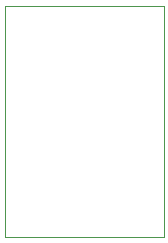
<source format=gbr>
%TF.GenerationSoftware,KiCad,Pcbnew,(6.0.5-0)*%
%TF.CreationDate,2025-01-27T20:14:52-05:00*%
%TF.ProjectId,PICOGAUGEADAPTER,5049434f-4741-4554-9745-414441505445,rev?*%
%TF.SameCoordinates,Original*%
%TF.FileFunction,Profile,NP*%
%FSLAX46Y46*%
G04 Gerber Fmt 4.6, Leading zero omitted, Abs format (unit mm)*
G04 Created by KiCad (PCBNEW (6.0.5-0)) date 2025-01-27 20:14:52*
%MOMM*%
%LPD*%
G01*
G04 APERTURE LIST*
%TA.AperFunction,Profile*%
%ADD10C,0.100000*%
%TD*%
G04 APERTURE END LIST*
D10*
X163750000Y-101500000D02*
X163750000Y-82000000D01*
X150250000Y-82000000D02*
X150250000Y-101500000D01*
X150250000Y-101500000D02*
X163750000Y-101500000D01*
X163750000Y-82000000D02*
X150250000Y-82000000D01*
M02*

</source>
